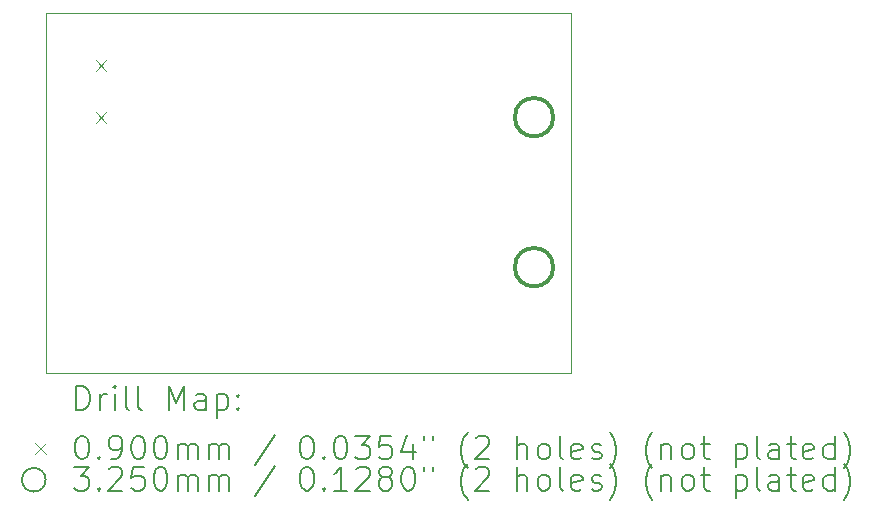
<source format=gbr>
%TF.GenerationSoftware,KiCad,Pcbnew,8.0.5*%
%TF.CreationDate,2024-10-10T09:02:51+02:00*%
%TF.ProjectId,USB-Extender_v1,5553422d-4578-4746-956e-6465725f7631,rev?*%
%TF.SameCoordinates,Original*%
%TF.FileFunction,Drillmap*%
%TF.FilePolarity,Positive*%
%FSLAX45Y45*%
G04 Gerber Fmt 4.5, Leading zero omitted, Abs format (unit mm)*
G04 Created by KiCad (PCBNEW 8.0.5) date 2024-10-10 09:02:51*
%MOMM*%
%LPD*%
G01*
G04 APERTURE LIST*
%ADD10C,0.050000*%
%ADD11C,0.200000*%
%ADD12C,0.100000*%
%ADD13C,0.325000*%
G04 APERTURE END LIST*
D10*
X10160000Y-5842000D02*
X14610080Y-5842000D01*
X14610080Y-8890000D01*
X10160000Y-8890000D01*
X10160000Y-5842000D01*
D11*
D12*
X10583260Y-6242480D02*
X10673260Y-6332480D01*
X10673260Y-6242480D02*
X10583260Y-6332480D01*
X10583260Y-6682480D02*
X10673260Y-6772480D01*
X10673260Y-6682480D02*
X10583260Y-6772480D01*
D13*
X14455280Y-6725920D02*
G75*
G02*
X14130280Y-6725920I-162500J0D01*
G01*
X14130280Y-6725920D02*
G75*
G02*
X14455280Y-6725920I162500J0D01*
G01*
X14455280Y-7995920D02*
G75*
G02*
X14130280Y-7995920I-162500J0D01*
G01*
X14130280Y-7995920D02*
G75*
G02*
X14455280Y-7995920I162500J0D01*
G01*
D11*
X10418277Y-9203984D02*
X10418277Y-9003984D01*
X10418277Y-9003984D02*
X10465896Y-9003984D01*
X10465896Y-9003984D02*
X10494467Y-9013508D01*
X10494467Y-9013508D02*
X10513515Y-9032555D01*
X10513515Y-9032555D02*
X10523039Y-9051603D01*
X10523039Y-9051603D02*
X10532563Y-9089698D01*
X10532563Y-9089698D02*
X10532563Y-9118270D01*
X10532563Y-9118270D02*
X10523039Y-9156365D01*
X10523039Y-9156365D02*
X10513515Y-9175412D01*
X10513515Y-9175412D02*
X10494467Y-9194460D01*
X10494467Y-9194460D02*
X10465896Y-9203984D01*
X10465896Y-9203984D02*
X10418277Y-9203984D01*
X10618277Y-9203984D02*
X10618277Y-9070650D01*
X10618277Y-9108746D02*
X10627801Y-9089698D01*
X10627801Y-9089698D02*
X10637324Y-9080174D01*
X10637324Y-9080174D02*
X10656372Y-9070650D01*
X10656372Y-9070650D02*
X10675420Y-9070650D01*
X10742086Y-9203984D02*
X10742086Y-9070650D01*
X10742086Y-9003984D02*
X10732563Y-9013508D01*
X10732563Y-9013508D02*
X10742086Y-9023031D01*
X10742086Y-9023031D02*
X10751610Y-9013508D01*
X10751610Y-9013508D02*
X10742086Y-9003984D01*
X10742086Y-9003984D02*
X10742086Y-9023031D01*
X10865896Y-9203984D02*
X10846848Y-9194460D01*
X10846848Y-9194460D02*
X10837324Y-9175412D01*
X10837324Y-9175412D02*
X10837324Y-9003984D01*
X10970658Y-9203984D02*
X10951610Y-9194460D01*
X10951610Y-9194460D02*
X10942086Y-9175412D01*
X10942086Y-9175412D02*
X10942086Y-9003984D01*
X11199229Y-9203984D02*
X11199229Y-9003984D01*
X11199229Y-9003984D02*
X11265896Y-9146841D01*
X11265896Y-9146841D02*
X11332562Y-9003984D01*
X11332562Y-9003984D02*
X11332562Y-9203984D01*
X11513515Y-9203984D02*
X11513515Y-9099222D01*
X11513515Y-9099222D02*
X11503991Y-9080174D01*
X11503991Y-9080174D02*
X11484943Y-9070650D01*
X11484943Y-9070650D02*
X11446848Y-9070650D01*
X11446848Y-9070650D02*
X11427801Y-9080174D01*
X11513515Y-9194460D02*
X11494467Y-9203984D01*
X11494467Y-9203984D02*
X11446848Y-9203984D01*
X11446848Y-9203984D02*
X11427801Y-9194460D01*
X11427801Y-9194460D02*
X11418277Y-9175412D01*
X11418277Y-9175412D02*
X11418277Y-9156365D01*
X11418277Y-9156365D02*
X11427801Y-9137317D01*
X11427801Y-9137317D02*
X11446848Y-9127793D01*
X11446848Y-9127793D02*
X11494467Y-9127793D01*
X11494467Y-9127793D02*
X11513515Y-9118270D01*
X11608753Y-9070650D02*
X11608753Y-9270650D01*
X11608753Y-9080174D02*
X11627801Y-9070650D01*
X11627801Y-9070650D02*
X11665896Y-9070650D01*
X11665896Y-9070650D02*
X11684943Y-9080174D01*
X11684943Y-9080174D02*
X11694467Y-9089698D01*
X11694467Y-9089698D02*
X11703991Y-9108746D01*
X11703991Y-9108746D02*
X11703991Y-9165889D01*
X11703991Y-9165889D02*
X11694467Y-9184936D01*
X11694467Y-9184936D02*
X11684943Y-9194460D01*
X11684943Y-9194460D02*
X11665896Y-9203984D01*
X11665896Y-9203984D02*
X11627801Y-9203984D01*
X11627801Y-9203984D02*
X11608753Y-9194460D01*
X11789705Y-9184936D02*
X11799229Y-9194460D01*
X11799229Y-9194460D02*
X11789705Y-9203984D01*
X11789705Y-9203984D02*
X11780182Y-9194460D01*
X11780182Y-9194460D02*
X11789705Y-9184936D01*
X11789705Y-9184936D02*
X11789705Y-9203984D01*
X11789705Y-9080174D02*
X11799229Y-9089698D01*
X11799229Y-9089698D02*
X11789705Y-9099222D01*
X11789705Y-9099222D02*
X11780182Y-9089698D01*
X11780182Y-9089698D02*
X11789705Y-9080174D01*
X11789705Y-9080174D02*
X11789705Y-9099222D01*
D12*
X10067500Y-9487500D02*
X10157500Y-9577500D01*
X10157500Y-9487500D02*
X10067500Y-9577500D01*
D11*
X10456372Y-9423984D02*
X10475420Y-9423984D01*
X10475420Y-9423984D02*
X10494467Y-9433508D01*
X10494467Y-9433508D02*
X10503991Y-9443031D01*
X10503991Y-9443031D02*
X10513515Y-9462079D01*
X10513515Y-9462079D02*
X10523039Y-9500174D01*
X10523039Y-9500174D02*
X10523039Y-9547793D01*
X10523039Y-9547793D02*
X10513515Y-9585889D01*
X10513515Y-9585889D02*
X10503991Y-9604936D01*
X10503991Y-9604936D02*
X10494467Y-9614460D01*
X10494467Y-9614460D02*
X10475420Y-9623984D01*
X10475420Y-9623984D02*
X10456372Y-9623984D01*
X10456372Y-9623984D02*
X10437324Y-9614460D01*
X10437324Y-9614460D02*
X10427801Y-9604936D01*
X10427801Y-9604936D02*
X10418277Y-9585889D01*
X10418277Y-9585889D02*
X10408753Y-9547793D01*
X10408753Y-9547793D02*
X10408753Y-9500174D01*
X10408753Y-9500174D02*
X10418277Y-9462079D01*
X10418277Y-9462079D02*
X10427801Y-9443031D01*
X10427801Y-9443031D02*
X10437324Y-9433508D01*
X10437324Y-9433508D02*
X10456372Y-9423984D01*
X10608753Y-9604936D02*
X10618277Y-9614460D01*
X10618277Y-9614460D02*
X10608753Y-9623984D01*
X10608753Y-9623984D02*
X10599229Y-9614460D01*
X10599229Y-9614460D02*
X10608753Y-9604936D01*
X10608753Y-9604936D02*
X10608753Y-9623984D01*
X10713515Y-9623984D02*
X10751610Y-9623984D01*
X10751610Y-9623984D02*
X10770658Y-9614460D01*
X10770658Y-9614460D02*
X10780182Y-9604936D01*
X10780182Y-9604936D02*
X10799229Y-9576365D01*
X10799229Y-9576365D02*
X10808753Y-9538270D01*
X10808753Y-9538270D02*
X10808753Y-9462079D01*
X10808753Y-9462079D02*
X10799229Y-9443031D01*
X10799229Y-9443031D02*
X10789705Y-9433508D01*
X10789705Y-9433508D02*
X10770658Y-9423984D01*
X10770658Y-9423984D02*
X10732563Y-9423984D01*
X10732563Y-9423984D02*
X10713515Y-9433508D01*
X10713515Y-9433508D02*
X10703991Y-9443031D01*
X10703991Y-9443031D02*
X10694467Y-9462079D01*
X10694467Y-9462079D02*
X10694467Y-9509698D01*
X10694467Y-9509698D02*
X10703991Y-9528746D01*
X10703991Y-9528746D02*
X10713515Y-9538270D01*
X10713515Y-9538270D02*
X10732563Y-9547793D01*
X10732563Y-9547793D02*
X10770658Y-9547793D01*
X10770658Y-9547793D02*
X10789705Y-9538270D01*
X10789705Y-9538270D02*
X10799229Y-9528746D01*
X10799229Y-9528746D02*
X10808753Y-9509698D01*
X10932563Y-9423984D02*
X10951610Y-9423984D01*
X10951610Y-9423984D02*
X10970658Y-9433508D01*
X10970658Y-9433508D02*
X10980182Y-9443031D01*
X10980182Y-9443031D02*
X10989705Y-9462079D01*
X10989705Y-9462079D02*
X10999229Y-9500174D01*
X10999229Y-9500174D02*
X10999229Y-9547793D01*
X10999229Y-9547793D02*
X10989705Y-9585889D01*
X10989705Y-9585889D02*
X10980182Y-9604936D01*
X10980182Y-9604936D02*
X10970658Y-9614460D01*
X10970658Y-9614460D02*
X10951610Y-9623984D01*
X10951610Y-9623984D02*
X10932563Y-9623984D01*
X10932563Y-9623984D02*
X10913515Y-9614460D01*
X10913515Y-9614460D02*
X10903991Y-9604936D01*
X10903991Y-9604936D02*
X10894467Y-9585889D01*
X10894467Y-9585889D02*
X10884944Y-9547793D01*
X10884944Y-9547793D02*
X10884944Y-9500174D01*
X10884944Y-9500174D02*
X10894467Y-9462079D01*
X10894467Y-9462079D02*
X10903991Y-9443031D01*
X10903991Y-9443031D02*
X10913515Y-9433508D01*
X10913515Y-9433508D02*
X10932563Y-9423984D01*
X11123039Y-9423984D02*
X11142086Y-9423984D01*
X11142086Y-9423984D02*
X11161134Y-9433508D01*
X11161134Y-9433508D02*
X11170658Y-9443031D01*
X11170658Y-9443031D02*
X11180182Y-9462079D01*
X11180182Y-9462079D02*
X11189705Y-9500174D01*
X11189705Y-9500174D02*
X11189705Y-9547793D01*
X11189705Y-9547793D02*
X11180182Y-9585889D01*
X11180182Y-9585889D02*
X11170658Y-9604936D01*
X11170658Y-9604936D02*
X11161134Y-9614460D01*
X11161134Y-9614460D02*
X11142086Y-9623984D01*
X11142086Y-9623984D02*
X11123039Y-9623984D01*
X11123039Y-9623984D02*
X11103991Y-9614460D01*
X11103991Y-9614460D02*
X11094467Y-9604936D01*
X11094467Y-9604936D02*
X11084944Y-9585889D01*
X11084944Y-9585889D02*
X11075420Y-9547793D01*
X11075420Y-9547793D02*
X11075420Y-9500174D01*
X11075420Y-9500174D02*
X11084944Y-9462079D01*
X11084944Y-9462079D02*
X11094467Y-9443031D01*
X11094467Y-9443031D02*
X11103991Y-9433508D01*
X11103991Y-9433508D02*
X11123039Y-9423984D01*
X11275420Y-9623984D02*
X11275420Y-9490650D01*
X11275420Y-9509698D02*
X11284943Y-9500174D01*
X11284943Y-9500174D02*
X11303991Y-9490650D01*
X11303991Y-9490650D02*
X11332563Y-9490650D01*
X11332563Y-9490650D02*
X11351610Y-9500174D01*
X11351610Y-9500174D02*
X11361134Y-9519222D01*
X11361134Y-9519222D02*
X11361134Y-9623984D01*
X11361134Y-9519222D02*
X11370658Y-9500174D01*
X11370658Y-9500174D02*
X11389705Y-9490650D01*
X11389705Y-9490650D02*
X11418277Y-9490650D01*
X11418277Y-9490650D02*
X11437324Y-9500174D01*
X11437324Y-9500174D02*
X11446848Y-9519222D01*
X11446848Y-9519222D02*
X11446848Y-9623984D01*
X11542086Y-9623984D02*
X11542086Y-9490650D01*
X11542086Y-9509698D02*
X11551610Y-9500174D01*
X11551610Y-9500174D02*
X11570658Y-9490650D01*
X11570658Y-9490650D02*
X11599229Y-9490650D01*
X11599229Y-9490650D02*
X11618277Y-9500174D01*
X11618277Y-9500174D02*
X11627801Y-9519222D01*
X11627801Y-9519222D02*
X11627801Y-9623984D01*
X11627801Y-9519222D02*
X11637324Y-9500174D01*
X11637324Y-9500174D02*
X11656372Y-9490650D01*
X11656372Y-9490650D02*
X11684943Y-9490650D01*
X11684943Y-9490650D02*
X11703991Y-9500174D01*
X11703991Y-9500174D02*
X11713515Y-9519222D01*
X11713515Y-9519222D02*
X11713515Y-9623984D01*
X12103991Y-9414460D02*
X11932563Y-9671603D01*
X12361134Y-9423984D02*
X12380182Y-9423984D01*
X12380182Y-9423984D02*
X12399229Y-9433508D01*
X12399229Y-9433508D02*
X12408753Y-9443031D01*
X12408753Y-9443031D02*
X12418277Y-9462079D01*
X12418277Y-9462079D02*
X12427801Y-9500174D01*
X12427801Y-9500174D02*
X12427801Y-9547793D01*
X12427801Y-9547793D02*
X12418277Y-9585889D01*
X12418277Y-9585889D02*
X12408753Y-9604936D01*
X12408753Y-9604936D02*
X12399229Y-9614460D01*
X12399229Y-9614460D02*
X12380182Y-9623984D01*
X12380182Y-9623984D02*
X12361134Y-9623984D01*
X12361134Y-9623984D02*
X12342086Y-9614460D01*
X12342086Y-9614460D02*
X12332563Y-9604936D01*
X12332563Y-9604936D02*
X12323039Y-9585889D01*
X12323039Y-9585889D02*
X12313515Y-9547793D01*
X12313515Y-9547793D02*
X12313515Y-9500174D01*
X12313515Y-9500174D02*
X12323039Y-9462079D01*
X12323039Y-9462079D02*
X12332563Y-9443031D01*
X12332563Y-9443031D02*
X12342086Y-9433508D01*
X12342086Y-9433508D02*
X12361134Y-9423984D01*
X12513515Y-9604936D02*
X12523039Y-9614460D01*
X12523039Y-9614460D02*
X12513515Y-9623984D01*
X12513515Y-9623984D02*
X12503991Y-9614460D01*
X12503991Y-9614460D02*
X12513515Y-9604936D01*
X12513515Y-9604936D02*
X12513515Y-9623984D01*
X12646848Y-9423984D02*
X12665896Y-9423984D01*
X12665896Y-9423984D02*
X12684944Y-9433508D01*
X12684944Y-9433508D02*
X12694467Y-9443031D01*
X12694467Y-9443031D02*
X12703991Y-9462079D01*
X12703991Y-9462079D02*
X12713515Y-9500174D01*
X12713515Y-9500174D02*
X12713515Y-9547793D01*
X12713515Y-9547793D02*
X12703991Y-9585889D01*
X12703991Y-9585889D02*
X12694467Y-9604936D01*
X12694467Y-9604936D02*
X12684944Y-9614460D01*
X12684944Y-9614460D02*
X12665896Y-9623984D01*
X12665896Y-9623984D02*
X12646848Y-9623984D01*
X12646848Y-9623984D02*
X12627801Y-9614460D01*
X12627801Y-9614460D02*
X12618277Y-9604936D01*
X12618277Y-9604936D02*
X12608753Y-9585889D01*
X12608753Y-9585889D02*
X12599229Y-9547793D01*
X12599229Y-9547793D02*
X12599229Y-9500174D01*
X12599229Y-9500174D02*
X12608753Y-9462079D01*
X12608753Y-9462079D02*
X12618277Y-9443031D01*
X12618277Y-9443031D02*
X12627801Y-9433508D01*
X12627801Y-9433508D02*
X12646848Y-9423984D01*
X12780182Y-9423984D02*
X12903991Y-9423984D01*
X12903991Y-9423984D02*
X12837325Y-9500174D01*
X12837325Y-9500174D02*
X12865896Y-9500174D01*
X12865896Y-9500174D02*
X12884944Y-9509698D01*
X12884944Y-9509698D02*
X12894467Y-9519222D01*
X12894467Y-9519222D02*
X12903991Y-9538270D01*
X12903991Y-9538270D02*
X12903991Y-9585889D01*
X12903991Y-9585889D02*
X12894467Y-9604936D01*
X12894467Y-9604936D02*
X12884944Y-9614460D01*
X12884944Y-9614460D02*
X12865896Y-9623984D01*
X12865896Y-9623984D02*
X12808753Y-9623984D01*
X12808753Y-9623984D02*
X12789706Y-9614460D01*
X12789706Y-9614460D02*
X12780182Y-9604936D01*
X13084944Y-9423984D02*
X12989706Y-9423984D01*
X12989706Y-9423984D02*
X12980182Y-9519222D01*
X12980182Y-9519222D02*
X12989706Y-9509698D01*
X12989706Y-9509698D02*
X13008753Y-9500174D01*
X13008753Y-9500174D02*
X13056372Y-9500174D01*
X13056372Y-9500174D02*
X13075420Y-9509698D01*
X13075420Y-9509698D02*
X13084944Y-9519222D01*
X13084944Y-9519222D02*
X13094467Y-9538270D01*
X13094467Y-9538270D02*
X13094467Y-9585889D01*
X13094467Y-9585889D02*
X13084944Y-9604936D01*
X13084944Y-9604936D02*
X13075420Y-9614460D01*
X13075420Y-9614460D02*
X13056372Y-9623984D01*
X13056372Y-9623984D02*
X13008753Y-9623984D01*
X13008753Y-9623984D02*
X12989706Y-9614460D01*
X12989706Y-9614460D02*
X12980182Y-9604936D01*
X13265896Y-9490650D02*
X13265896Y-9623984D01*
X13218277Y-9414460D02*
X13170658Y-9557317D01*
X13170658Y-9557317D02*
X13294467Y-9557317D01*
X13361134Y-9423984D02*
X13361134Y-9462079D01*
X13437325Y-9423984D02*
X13437325Y-9462079D01*
X13732563Y-9700174D02*
X13723039Y-9690650D01*
X13723039Y-9690650D02*
X13703991Y-9662079D01*
X13703991Y-9662079D02*
X13694468Y-9643031D01*
X13694468Y-9643031D02*
X13684944Y-9614460D01*
X13684944Y-9614460D02*
X13675420Y-9566841D01*
X13675420Y-9566841D02*
X13675420Y-9528746D01*
X13675420Y-9528746D02*
X13684944Y-9481127D01*
X13684944Y-9481127D02*
X13694468Y-9452555D01*
X13694468Y-9452555D02*
X13703991Y-9433508D01*
X13703991Y-9433508D02*
X13723039Y-9404936D01*
X13723039Y-9404936D02*
X13732563Y-9395412D01*
X13799229Y-9443031D02*
X13808753Y-9433508D01*
X13808753Y-9433508D02*
X13827801Y-9423984D01*
X13827801Y-9423984D02*
X13875420Y-9423984D01*
X13875420Y-9423984D02*
X13894468Y-9433508D01*
X13894468Y-9433508D02*
X13903991Y-9443031D01*
X13903991Y-9443031D02*
X13913515Y-9462079D01*
X13913515Y-9462079D02*
X13913515Y-9481127D01*
X13913515Y-9481127D02*
X13903991Y-9509698D01*
X13903991Y-9509698D02*
X13789706Y-9623984D01*
X13789706Y-9623984D02*
X13913515Y-9623984D01*
X14151610Y-9623984D02*
X14151610Y-9423984D01*
X14237325Y-9623984D02*
X14237325Y-9519222D01*
X14237325Y-9519222D02*
X14227801Y-9500174D01*
X14227801Y-9500174D02*
X14208753Y-9490650D01*
X14208753Y-9490650D02*
X14180182Y-9490650D01*
X14180182Y-9490650D02*
X14161134Y-9500174D01*
X14161134Y-9500174D02*
X14151610Y-9509698D01*
X14361134Y-9623984D02*
X14342087Y-9614460D01*
X14342087Y-9614460D02*
X14332563Y-9604936D01*
X14332563Y-9604936D02*
X14323039Y-9585889D01*
X14323039Y-9585889D02*
X14323039Y-9528746D01*
X14323039Y-9528746D02*
X14332563Y-9509698D01*
X14332563Y-9509698D02*
X14342087Y-9500174D01*
X14342087Y-9500174D02*
X14361134Y-9490650D01*
X14361134Y-9490650D02*
X14389706Y-9490650D01*
X14389706Y-9490650D02*
X14408753Y-9500174D01*
X14408753Y-9500174D02*
X14418277Y-9509698D01*
X14418277Y-9509698D02*
X14427801Y-9528746D01*
X14427801Y-9528746D02*
X14427801Y-9585889D01*
X14427801Y-9585889D02*
X14418277Y-9604936D01*
X14418277Y-9604936D02*
X14408753Y-9614460D01*
X14408753Y-9614460D02*
X14389706Y-9623984D01*
X14389706Y-9623984D02*
X14361134Y-9623984D01*
X14542087Y-9623984D02*
X14523039Y-9614460D01*
X14523039Y-9614460D02*
X14513515Y-9595412D01*
X14513515Y-9595412D02*
X14513515Y-9423984D01*
X14694468Y-9614460D02*
X14675420Y-9623984D01*
X14675420Y-9623984D02*
X14637325Y-9623984D01*
X14637325Y-9623984D02*
X14618277Y-9614460D01*
X14618277Y-9614460D02*
X14608753Y-9595412D01*
X14608753Y-9595412D02*
X14608753Y-9519222D01*
X14608753Y-9519222D02*
X14618277Y-9500174D01*
X14618277Y-9500174D02*
X14637325Y-9490650D01*
X14637325Y-9490650D02*
X14675420Y-9490650D01*
X14675420Y-9490650D02*
X14694468Y-9500174D01*
X14694468Y-9500174D02*
X14703991Y-9519222D01*
X14703991Y-9519222D02*
X14703991Y-9538270D01*
X14703991Y-9538270D02*
X14608753Y-9557317D01*
X14780182Y-9614460D02*
X14799230Y-9623984D01*
X14799230Y-9623984D02*
X14837325Y-9623984D01*
X14837325Y-9623984D02*
X14856372Y-9614460D01*
X14856372Y-9614460D02*
X14865896Y-9595412D01*
X14865896Y-9595412D02*
X14865896Y-9585889D01*
X14865896Y-9585889D02*
X14856372Y-9566841D01*
X14856372Y-9566841D02*
X14837325Y-9557317D01*
X14837325Y-9557317D02*
X14808753Y-9557317D01*
X14808753Y-9557317D02*
X14789706Y-9547793D01*
X14789706Y-9547793D02*
X14780182Y-9528746D01*
X14780182Y-9528746D02*
X14780182Y-9519222D01*
X14780182Y-9519222D02*
X14789706Y-9500174D01*
X14789706Y-9500174D02*
X14808753Y-9490650D01*
X14808753Y-9490650D02*
X14837325Y-9490650D01*
X14837325Y-9490650D02*
X14856372Y-9500174D01*
X14932563Y-9700174D02*
X14942087Y-9690650D01*
X14942087Y-9690650D02*
X14961134Y-9662079D01*
X14961134Y-9662079D02*
X14970658Y-9643031D01*
X14970658Y-9643031D02*
X14980182Y-9614460D01*
X14980182Y-9614460D02*
X14989706Y-9566841D01*
X14989706Y-9566841D02*
X14989706Y-9528746D01*
X14989706Y-9528746D02*
X14980182Y-9481127D01*
X14980182Y-9481127D02*
X14970658Y-9452555D01*
X14970658Y-9452555D02*
X14961134Y-9433508D01*
X14961134Y-9433508D02*
X14942087Y-9404936D01*
X14942087Y-9404936D02*
X14932563Y-9395412D01*
X15294468Y-9700174D02*
X15284944Y-9690650D01*
X15284944Y-9690650D02*
X15265896Y-9662079D01*
X15265896Y-9662079D02*
X15256372Y-9643031D01*
X15256372Y-9643031D02*
X15246849Y-9614460D01*
X15246849Y-9614460D02*
X15237325Y-9566841D01*
X15237325Y-9566841D02*
X15237325Y-9528746D01*
X15237325Y-9528746D02*
X15246849Y-9481127D01*
X15246849Y-9481127D02*
X15256372Y-9452555D01*
X15256372Y-9452555D02*
X15265896Y-9433508D01*
X15265896Y-9433508D02*
X15284944Y-9404936D01*
X15284944Y-9404936D02*
X15294468Y-9395412D01*
X15370658Y-9490650D02*
X15370658Y-9623984D01*
X15370658Y-9509698D02*
X15380182Y-9500174D01*
X15380182Y-9500174D02*
X15399230Y-9490650D01*
X15399230Y-9490650D02*
X15427801Y-9490650D01*
X15427801Y-9490650D02*
X15446849Y-9500174D01*
X15446849Y-9500174D02*
X15456372Y-9519222D01*
X15456372Y-9519222D02*
X15456372Y-9623984D01*
X15580182Y-9623984D02*
X15561134Y-9614460D01*
X15561134Y-9614460D02*
X15551611Y-9604936D01*
X15551611Y-9604936D02*
X15542087Y-9585889D01*
X15542087Y-9585889D02*
X15542087Y-9528746D01*
X15542087Y-9528746D02*
X15551611Y-9509698D01*
X15551611Y-9509698D02*
X15561134Y-9500174D01*
X15561134Y-9500174D02*
X15580182Y-9490650D01*
X15580182Y-9490650D02*
X15608753Y-9490650D01*
X15608753Y-9490650D02*
X15627801Y-9500174D01*
X15627801Y-9500174D02*
X15637325Y-9509698D01*
X15637325Y-9509698D02*
X15646849Y-9528746D01*
X15646849Y-9528746D02*
X15646849Y-9585889D01*
X15646849Y-9585889D02*
X15637325Y-9604936D01*
X15637325Y-9604936D02*
X15627801Y-9614460D01*
X15627801Y-9614460D02*
X15608753Y-9623984D01*
X15608753Y-9623984D02*
X15580182Y-9623984D01*
X15703992Y-9490650D02*
X15780182Y-9490650D01*
X15732563Y-9423984D02*
X15732563Y-9595412D01*
X15732563Y-9595412D02*
X15742087Y-9614460D01*
X15742087Y-9614460D02*
X15761134Y-9623984D01*
X15761134Y-9623984D02*
X15780182Y-9623984D01*
X15999230Y-9490650D02*
X15999230Y-9690650D01*
X15999230Y-9500174D02*
X16018277Y-9490650D01*
X16018277Y-9490650D02*
X16056373Y-9490650D01*
X16056373Y-9490650D02*
X16075420Y-9500174D01*
X16075420Y-9500174D02*
X16084944Y-9509698D01*
X16084944Y-9509698D02*
X16094468Y-9528746D01*
X16094468Y-9528746D02*
X16094468Y-9585889D01*
X16094468Y-9585889D02*
X16084944Y-9604936D01*
X16084944Y-9604936D02*
X16075420Y-9614460D01*
X16075420Y-9614460D02*
X16056373Y-9623984D01*
X16056373Y-9623984D02*
X16018277Y-9623984D01*
X16018277Y-9623984D02*
X15999230Y-9614460D01*
X16208753Y-9623984D02*
X16189706Y-9614460D01*
X16189706Y-9614460D02*
X16180182Y-9595412D01*
X16180182Y-9595412D02*
X16180182Y-9423984D01*
X16370658Y-9623984D02*
X16370658Y-9519222D01*
X16370658Y-9519222D02*
X16361134Y-9500174D01*
X16361134Y-9500174D02*
X16342087Y-9490650D01*
X16342087Y-9490650D02*
X16303992Y-9490650D01*
X16303992Y-9490650D02*
X16284944Y-9500174D01*
X16370658Y-9614460D02*
X16351611Y-9623984D01*
X16351611Y-9623984D02*
X16303992Y-9623984D01*
X16303992Y-9623984D02*
X16284944Y-9614460D01*
X16284944Y-9614460D02*
X16275420Y-9595412D01*
X16275420Y-9595412D02*
X16275420Y-9576365D01*
X16275420Y-9576365D02*
X16284944Y-9557317D01*
X16284944Y-9557317D02*
X16303992Y-9547793D01*
X16303992Y-9547793D02*
X16351611Y-9547793D01*
X16351611Y-9547793D02*
X16370658Y-9538270D01*
X16437325Y-9490650D02*
X16513515Y-9490650D01*
X16465896Y-9423984D02*
X16465896Y-9595412D01*
X16465896Y-9595412D02*
X16475420Y-9614460D01*
X16475420Y-9614460D02*
X16494468Y-9623984D01*
X16494468Y-9623984D02*
X16513515Y-9623984D01*
X16656373Y-9614460D02*
X16637325Y-9623984D01*
X16637325Y-9623984D02*
X16599230Y-9623984D01*
X16599230Y-9623984D02*
X16580182Y-9614460D01*
X16580182Y-9614460D02*
X16570658Y-9595412D01*
X16570658Y-9595412D02*
X16570658Y-9519222D01*
X16570658Y-9519222D02*
X16580182Y-9500174D01*
X16580182Y-9500174D02*
X16599230Y-9490650D01*
X16599230Y-9490650D02*
X16637325Y-9490650D01*
X16637325Y-9490650D02*
X16656373Y-9500174D01*
X16656373Y-9500174D02*
X16665896Y-9519222D01*
X16665896Y-9519222D02*
X16665896Y-9538270D01*
X16665896Y-9538270D02*
X16570658Y-9557317D01*
X16837325Y-9623984D02*
X16837325Y-9423984D01*
X16837325Y-9614460D02*
X16818277Y-9623984D01*
X16818277Y-9623984D02*
X16780182Y-9623984D01*
X16780182Y-9623984D02*
X16761134Y-9614460D01*
X16761134Y-9614460D02*
X16751611Y-9604936D01*
X16751611Y-9604936D02*
X16742087Y-9585889D01*
X16742087Y-9585889D02*
X16742087Y-9528746D01*
X16742087Y-9528746D02*
X16751611Y-9509698D01*
X16751611Y-9509698D02*
X16761134Y-9500174D01*
X16761134Y-9500174D02*
X16780182Y-9490650D01*
X16780182Y-9490650D02*
X16818277Y-9490650D01*
X16818277Y-9490650D02*
X16837325Y-9500174D01*
X16913516Y-9700174D02*
X16923039Y-9690650D01*
X16923039Y-9690650D02*
X16942087Y-9662079D01*
X16942087Y-9662079D02*
X16951611Y-9643031D01*
X16951611Y-9643031D02*
X16961135Y-9614460D01*
X16961135Y-9614460D02*
X16970658Y-9566841D01*
X16970658Y-9566841D02*
X16970658Y-9528746D01*
X16970658Y-9528746D02*
X16961135Y-9481127D01*
X16961135Y-9481127D02*
X16951611Y-9452555D01*
X16951611Y-9452555D02*
X16942087Y-9433508D01*
X16942087Y-9433508D02*
X16923039Y-9404936D01*
X16923039Y-9404936D02*
X16913516Y-9395412D01*
X10157500Y-9796500D02*
G75*
G02*
X9957500Y-9796500I-100000J0D01*
G01*
X9957500Y-9796500D02*
G75*
G02*
X10157500Y-9796500I100000J0D01*
G01*
X10399229Y-9687984D02*
X10523039Y-9687984D01*
X10523039Y-9687984D02*
X10456372Y-9764174D01*
X10456372Y-9764174D02*
X10484944Y-9764174D01*
X10484944Y-9764174D02*
X10503991Y-9773698D01*
X10503991Y-9773698D02*
X10513515Y-9783222D01*
X10513515Y-9783222D02*
X10523039Y-9802270D01*
X10523039Y-9802270D02*
X10523039Y-9849889D01*
X10523039Y-9849889D02*
X10513515Y-9868936D01*
X10513515Y-9868936D02*
X10503991Y-9878460D01*
X10503991Y-9878460D02*
X10484944Y-9887984D01*
X10484944Y-9887984D02*
X10427801Y-9887984D01*
X10427801Y-9887984D02*
X10408753Y-9878460D01*
X10408753Y-9878460D02*
X10399229Y-9868936D01*
X10608753Y-9868936D02*
X10618277Y-9878460D01*
X10618277Y-9878460D02*
X10608753Y-9887984D01*
X10608753Y-9887984D02*
X10599229Y-9878460D01*
X10599229Y-9878460D02*
X10608753Y-9868936D01*
X10608753Y-9868936D02*
X10608753Y-9887984D01*
X10694467Y-9707031D02*
X10703991Y-9697508D01*
X10703991Y-9697508D02*
X10723039Y-9687984D01*
X10723039Y-9687984D02*
X10770658Y-9687984D01*
X10770658Y-9687984D02*
X10789705Y-9697508D01*
X10789705Y-9697508D02*
X10799229Y-9707031D01*
X10799229Y-9707031D02*
X10808753Y-9726079D01*
X10808753Y-9726079D02*
X10808753Y-9745127D01*
X10808753Y-9745127D02*
X10799229Y-9773698D01*
X10799229Y-9773698D02*
X10684944Y-9887984D01*
X10684944Y-9887984D02*
X10808753Y-9887984D01*
X10989705Y-9687984D02*
X10894467Y-9687984D01*
X10894467Y-9687984D02*
X10884944Y-9783222D01*
X10884944Y-9783222D02*
X10894467Y-9773698D01*
X10894467Y-9773698D02*
X10913515Y-9764174D01*
X10913515Y-9764174D02*
X10961134Y-9764174D01*
X10961134Y-9764174D02*
X10980182Y-9773698D01*
X10980182Y-9773698D02*
X10989705Y-9783222D01*
X10989705Y-9783222D02*
X10999229Y-9802270D01*
X10999229Y-9802270D02*
X10999229Y-9849889D01*
X10999229Y-9849889D02*
X10989705Y-9868936D01*
X10989705Y-9868936D02*
X10980182Y-9878460D01*
X10980182Y-9878460D02*
X10961134Y-9887984D01*
X10961134Y-9887984D02*
X10913515Y-9887984D01*
X10913515Y-9887984D02*
X10894467Y-9878460D01*
X10894467Y-9878460D02*
X10884944Y-9868936D01*
X11123039Y-9687984D02*
X11142086Y-9687984D01*
X11142086Y-9687984D02*
X11161134Y-9697508D01*
X11161134Y-9697508D02*
X11170658Y-9707031D01*
X11170658Y-9707031D02*
X11180182Y-9726079D01*
X11180182Y-9726079D02*
X11189705Y-9764174D01*
X11189705Y-9764174D02*
X11189705Y-9811793D01*
X11189705Y-9811793D02*
X11180182Y-9849889D01*
X11180182Y-9849889D02*
X11170658Y-9868936D01*
X11170658Y-9868936D02*
X11161134Y-9878460D01*
X11161134Y-9878460D02*
X11142086Y-9887984D01*
X11142086Y-9887984D02*
X11123039Y-9887984D01*
X11123039Y-9887984D02*
X11103991Y-9878460D01*
X11103991Y-9878460D02*
X11094467Y-9868936D01*
X11094467Y-9868936D02*
X11084944Y-9849889D01*
X11084944Y-9849889D02*
X11075420Y-9811793D01*
X11075420Y-9811793D02*
X11075420Y-9764174D01*
X11075420Y-9764174D02*
X11084944Y-9726079D01*
X11084944Y-9726079D02*
X11094467Y-9707031D01*
X11094467Y-9707031D02*
X11103991Y-9697508D01*
X11103991Y-9697508D02*
X11123039Y-9687984D01*
X11275420Y-9887984D02*
X11275420Y-9754650D01*
X11275420Y-9773698D02*
X11284943Y-9764174D01*
X11284943Y-9764174D02*
X11303991Y-9754650D01*
X11303991Y-9754650D02*
X11332563Y-9754650D01*
X11332563Y-9754650D02*
X11351610Y-9764174D01*
X11351610Y-9764174D02*
X11361134Y-9783222D01*
X11361134Y-9783222D02*
X11361134Y-9887984D01*
X11361134Y-9783222D02*
X11370658Y-9764174D01*
X11370658Y-9764174D02*
X11389705Y-9754650D01*
X11389705Y-9754650D02*
X11418277Y-9754650D01*
X11418277Y-9754650D02*
X11437324Y-9764174D01*
X11437324Y-9764174D02*
X11446848Y-9783222D01*
X11446848Y-9783222D02*
X11446848Y-9887984D01*
X11542086Y-9887984D02*
X11542086Y-9754650D01*
X11542086Y-9773698D02*
X11551610Y-9764174D01*
X11551610Y-9764174D02*
X11570658Y-9754650D01*
X11570658Y-9754650D02*
X11599229Y-9754650D01*
X11599229Y-9754650D02*
X11618277Y-9764174D01*
X11618277Y-9764174D02*
X11627801Y-9783222D01*
X11627801Y-9783222D02*
X11627801Y-9887984D01*
X11627801Y-9783222D02*
X11637324Y-9764174D01*
X11637324Y-9764174D02*
X11656372Y-9754650D01*
X11656372Y-9754650D02*
X11684943Y-9754650D01*
X11684943Y-9754650D02*
X11703991Y-9764174D01*
X11703991Y-9764174D02*
X11713515Y-9783222D01*
X11713515Y-9783222D02*
X11713515Y-9887984D01*
X12103991Y-9678460D02*
X11932563Y-9935603D01*
X12361134Y-9687984D02*
X12380182Y-9687984D01*
X12380182Y-9687984D02*
X12399229Y-9697508D01*
X12399229Y-9697508D02*
X12408753Y-9707031D01*
X12408753Y-9707031D02*
X12418277Y-9726079D01*
X12418277Y-9726079D02*
X12427801Y-9764174D01*
X12427801Y-9764174D02*
X12427801Y-9811793D01*
X12427801Y-9811793D02*
X12418277Y-9849889D01*
X12418277Y-9849889D02*
X12408753Y-9868936D01*
X12408753Y-9868936D02*
X12399229Y-9878460D01*
X12399229Y-9878460D02*
X12380182Y-9887984D01*
X12380182Y-9887984D02*
X12361134Y-9887984D01*
X12361134Y-9887984D02*
X12342086Y-9878460D01*
X12342086Y-9878460D02*
X12332563Y-9868936D01*
X12332563Y-9868936D02*
X12323039Y-9849889D01*
X12323039Y-9849889D02*
X12313515Y-9811793D01*
X12313515Y-9811793D02*
X12313515Y-9764174D01*
X12313515Y-9764174D02*
X12323039Y-9726079D01*
X12323039Y-9726079D02*
X12332563Y-9707031D01*
X12332563Y-9707031D02*
X12342086Y-9697508D01*
X12342086Y-9697508D02*
X12361134Y-9687984D01*
X12513515Y-9868936D02*
X12523039Y-9878460D01*
X12523039Y-9878460D02*
X12513515Y-9887984D01*
X12513515Y-9887984D02*
X12503991Y-9878460D01*
X12503991Y-9878460D02*
X12513515Y-9868936D01*
X12513515Y-9868936D02*
X12513515Y-9887984D01*
X12713515Y-9887984D02*
X12599229Y-9887984D01*
X12656372Y-9887984D02*
X12656372Y-9687984D01*
X12656372Y-9687984D02*
X12637325Y-9716555D01*
X12637325Y-9716555D02*
X12618277Y-9735603D01*
X12618277Y-9735603D02*
X12599229Y-9745127D01*
X12789706Y-9707031D02*
X12799229Y-9697508D01*
X12799229Y-9697508D02*
X12818277Y-9687984D01*
X12818277Y-9687984D02*
X12865896Y-9687984D01*
X12865896Y-9687984D02*
X12884944Y-9697508D01*
X12884944Y-9697508D02*
X12894467Y-9707031D01*
X12894467Y-9707031D02*
X12903991Y-9726079D01*
X12903991Y-9726079D02*
X12903991Y-9745127D01*
X12903991Y-9745127D02*
X12894467Y-9773698D01*
X12894467Y-9773698D02*
X12780182Y-9887984D01*
X12780182Y-9887984D02*
X12903991Y-9887984D01*
X13018277Y-9773698D02*
X12999229Y-9764174D01*
X12999229Y-9764174D02*
X12989706Y-9754650D01*
X12989706Y-9754650D02*
X12980182Y-9735603D01*
X12980182Y-9735603D02*
X12980182Y-9726079D01*
X12980182Y-9726079D02*
X12989706Y-9707031D01*
X12989706Y-9707031D02*
X12999229Y-9697508D01*
X12999229Y-9697508D02*
X13018277Y-9687984D01*
X13018277Y-9687984D02*
X13056372Y-9687984D01*
X13056372Y-9687984D02*
X13075420Y-9697508D01*
X13075420Y-9697508D02*
X13084944Y-9707031D01*
X13084944Y-9707031D02*
X13094467Y-9726079D01*
X13094467Y-9726079D02*
X13094467Y-9735603D01*
X13094467Y-9735603D02*
X13084944Y-9754650D01*
X13084944Y-9754650D02*
X13075420Y-9764174D01*
X13075420Y-9764174D02*
X13056372Y-9773698D01*
X13056372Y-9773698D02*
X13018277Y-9773698D01*
X13018277Y-9773698D02*
X12999229Y-9783222D01*
X12999229Y-9783222D02*
X12989706Y-9792746D01*
X12989706Y-9792746D02*
X12980182Y-9811793D01*
X12980182Y-9811793D02*
X12980182Y-9849889D01*
X12980182Y-9849889D02*
X12989706Y-9868936D01*
X12989706Y-9868936D02*
X12999229Y-9878460D01*
X12999229Y-9878460D02*
X13018277Y-9887984D01*
X13018277Y-9887984D02*
X13056372Y-9887984D01*
X13056372Y-9887984D02*
X13075420Y-9878460D01*
X13075420Y-9878460D02*
X13084944Y-9868936D01*
X13084944Y-9868936D02*
X13094467Y-9849889D01*
X13094467Y-9849889D02*
X13094467Y-9811793D01*
X13094467Y-9811793D02*
X13084944Y-9792746D01*
X13084944Y-9792746D02*
X13075420Y-9783222D01*
X13075420Y-9783222D02*
X13056372Y-9773698D01*
X13218277Y-9687984D02*
X13237325Y-9687984D01*
X13237325Y-9687984D02*
X13256372Y-9697508D01*
X13256372Y-9697508D02*
X13265896Y-9707031D01*
X13265896Y-9707031D02*
X13275420Y-9726079D01*
X13275420Y-9726079D02*
X13284944Y-9764174D01*
X13284944Y-9764174D02*
X13284944Y-9811793D01*
X13284944Y-9811793D02*
X13275420Y-9849889D01*
X13275420Y-9849889D02*
X13265896Y-9868936D01*
X13265896Y-9868936D02*
X13256372Y-9878460D01*
X13256372Y-9878460D02*
X13237325Y-9887984D01*
X13237325Y-9887984D02*
X13218277Y-9887984D01*
X13218277Y-9887984D02*
X13199229Y-9878460D01*
X13199229Y-9878460D02*
X13189706Y-9868936D01*
X13189706Y-9868936D02*
X13180182Y-9849889D01*
X13180182Y-9849889D02*
X13170658Y-9811793D01*
X13170658Y-9811793D02*
X13170658Y-9764174D01*
X13170658Y-9764174D02*
X13180182Y-9726079D01*
X13180182Y-9726079D02*
X13189706Y-9707031D01*
X13189706Y-9707031D02*
X13199229Y-9697508D01*
X13199229Y-9697508D02*
X13218277Y-9687984D01*
X13361134Y-9687984D02*
X13361134Y-9726079D01*
X13437325Y-9687984D02*
X13437325Y-9726079D01*
X13732563Y-9964174D02*
X13723039Y-9954650D01*
X13723039Y-9954650D02*
X13703991Y-9926079D01*
X13703991Y-9926079D02*
X13694468Y-9907031D01*
X13694468Y-9907031D02*
X13684944Y-9878460D01*
X13684944Y-9878460D02*
X13675420Y-9830841D01*
X13675420Y-9830841D02*
X13675420Y-9792746D01*
X13675420Y-9792746D02*
X13684944Y-9745127D01*
X13684944Y-9745127D02*
X13694468Y-9716555D01*
X13694468Y-9716555D02*
X13703991Y-9697508D01*
X13703991Y-9697508D02*
X13723039Y-9668936D01*
X13723039Y-9668936D02*
X13732563Y-9659412D01*
X13799229Y-9707031D02*
X13808753Y-9697508D01*
X13808753Y-9697508D02*
X13827801Y-9687984D01*
X13827801Y-9687984D02*
X13875420Y-9687984D01*
X13875420Y-9687984D02*
X13894468Y-9697508D01*
X13894468Y-9697508D02*
X13903991Y-9707031D01*
X13903991Y-9707031D02*
X13913515Y-9726079D01*
X13913515Y-9726079D02*
X13913515Y-9745127D01*
X13913515Y-9745127D02*
X13903991Y-9773698D01*
X13903991Y-9773698D02*
X13789706Y-9887984D01*
X13789706Y-9887984D02*
X13913515Y-9887984D01*
X14151610Y-9887984D02*
X14151610Y-9687984D01*
X14237325Y-9887984D02*
X14237325Y-9783222D01*
X14237325Y-9783222D02*
X14227801Y-9764174D01*
X14227801Y-9764174D02*
X14208753Y-9754650D01*
X14208753Y-9754650D02*
X14180182Y-9754650D01*
X14180182Y-9754650D02*
X14161134Y-9764174D01*
X14161134Y-9764174D02*
X14151610Y-9773698D01*
X14361134Y-9887984D02*
X14342087Y-9878460D01*
X14342087Y-9878460D02*
X14332563Y-9868936D01*
X14332563Y-9868936D02*
X14323039Y-9849889D01*
X14323039Y-9849889D02*
X14323039Y-9792746D01*
X14323039Y-9792746D02*
X14332563Y-9773698D01*
X14332563Y-9773698D02*
X14342087Y-9764174D01*
X14342087Y-9764174D02*
X14361134Y-9754650D01*
X14361134Y-9754650D02*
X14389706Y-9754650D01*
X14389706Y-9754650D02*
X14408753Y-9764174D01*
X14408753Y-9764174D02*
X14418277Y-9773698D01*
X14418277Y-9773698D02*
X14427801Y-9792746D01*
X14427801Y-9792746D02*
X14427801Y-9849889D01*
X14427801Y-9849889D02*
X14418277Y-9868936D01*
X14418277Y-9868936D02*
X14408753Y-9878460D01*
X14408753Y-9878460D02*
X14389706Y-9887984D01*
X14389706Y-9887984D02*
X14361134Y-9887984D01*
X14542087Y-9887984D02*
X14523039Y-9878460D01*
X14523039Y-9878460D02*
X14513515Y-9859412D01*
X14513515Y-9859412D02*
X14513515Y-9687984D01*
X14694468Y-9878460D02*
X14675420Y-9887984D01*
X14675420Y-9887984D02*
X14637325Y-9887984D01*
X14637325Y-9887984D02*
X14618277Y-9878460D01*
X14618277Y-9878460D02*
X14608753Y-9859412D01*
X14608753Y-9859412D02*
X14608753Y-9783222D01*
X14608753Y-9783222D02*
X14618277Y-9764174D01*
X14618277Y-9764174D02*
X14637325Y-9754650D01*
X14637325Y-9754650D02*
X14675420Y-9754650D01*
X14675420Y-9754650D02*
X14694468Y-9764174D01*
X14694468Y-9764174D02*
X14703991Y-9783222D01*
X14703991Y-9783222D02*
X14703991Y-9802270D01*
X14703991Y-9802270D02*
X14608753Y-9821317D01*
X14780182Y-9878460D02*
X14799230Y-9887984D01*
X14799230Y-9887984D02*
X14837325Y-9887984D01*
X14837325Y-9887984D02*
X14856372Y-9878460D01*
X14856372Y-9878460D02*
X14865896Y-9859412D01*
X14865896Y-9859412D02*
X14865896Y-9849889D01*
X14865896Y-9849889D02*
X14856372Y-9830841D01*
X14856372Y-9830841D02*
X14837325Y-9821317D01*
X14837325Y-9821317D02*
X14808753Y-9821317D01*
X14808753Y-9821317D02*
X14789706Y-9811793D01*
X14789706Y-9811793D02*
X14780182Y-9792746D01*
X14780182Y-9792746D02*
X14780182Y-9783222D01*
X14780182Y-9783222D02*
X14789706Y-9764174D01*
X14789706Y-9764174D02*
X14808753Y-9754650D01*
X14808753Y-9754650D02*
X14837325Y-9754650D01*
X14837325Y-9754650D02*
X14856372Y-9764174D01*
X14932563Y-9964174D02*
X14942087Y-9954650D01*
X14942087Y-9954650D02*
X14961134Y-9926079D01*
X14961134Y-9926079D02*
X14970658Y-9907031D01*
X14970658Y-9907031D02*
X14980182Y-9878460D01*
X14980182Y-9878460D02*
X14989706Y-9830841D01*
X14989706Y-9830841D02*
X14989706Y-9792746D01*
X14989706Y-9792746D02*
X14980182Y-9745127D01*
X14980182Y-9745127D02*
X14970658Y-9716555D01*
X14970658Y-9716555D02*
X14961134Y-9697508D01*
X14961134Y-9697508D02*
X14942087Y-9668936D01*
X14942087Y-9668936D02*
X14932563Y-9659412D01*
X15294468Y-9964174D02*
X15284944Y-9954650D01*
X15284944Y-9954650D02*
X15265896Y-9926079D01*
X15265896Y-9926079D02*
X15256372Y-9907031D01*
X15256372Y-9907031D02*
X15246849Y-9878460D01*
X15246849Y-9878460D02*
X15237325Y-9830841D01*
X15237325Y-9830841D02*
X15237325Y-9792746D01*
X15237325Y-9792746D02*
X15246849Y-9745127D01*
X15246849Y-9745127D02*
X15256372Y-9716555D01*
X15256372Y-9716555D02*
X15265896Y-9697508D01*
X15265896Y-9697508D02*
X15284944Y-9668936D01*
X15284944Y-9668936D02*
X15294468Y-9659412D01*
X15370658Y-9754650D02*
X15370658Y-9887984D01*
X15370658Y-9773698D02*
X15380182Y-9764174D01*
X15380182Y-9764174D02*
X15399230Y-9754650D01*
X15399230Y-9754650D02*
X15427801Y-9754650D01*
X15427801Y-9754650D02*
X15446849Y-9764174D01*
X15446849Y-9764174D02*
X15456372Y-9783222D01*
X15456372Y-9783222D02*
X15456372Y-9887984D01*
X15580182Y-9887984D02*
X15561134Y-9878460D01*
X15561134Y-9878460D02*
X15551611Y-9868936D01*
X15551611Y-9868936D02*
X15542087Y-9849889D01*
X15542087Y-9849889D02*
X15542087Y-9792746D01*
X15542087Y-9792746D02*
X15551611Y-9773698D01*
X15551611Y-9773698D02*
X15561134Y-9764174D01*
X15561134Y-9764174D02*
X15580182Y-9754650D01*
X15580182Y-9754650D02*
X15608753Y-9754650D01*
X15608753Y-9754650D02*
X15627801Y-9764174D01*
X15627801Y-9764174D02*
X15637325Y-9773698D01*
X15637325Y-9773698D02*
X15646849Y-9792746D01*
X15646849Y-9792746D02*
X15646849Y-9849889D01*
X15646849Y-9849889D02*
X15637325Y-9868936D01*
X15637325Y-9868936D02*
X15627801Y-9878460D01*
X15627801Y-9878460D02*
X15608753Y-9887984D01*
X15608753Y-9887984D02*
X15580182Y-9887984D01*
X15703992Y-9754650D02*
X15780182Y-9754650D01*
X15732563Y-9687984D02*
X15732563Y-9859412D01*
X15732563Y-9859412D02*
X15742087Y-9878460D01*
X15742087Y-9878460D02*
X15761134Y-9887984D01*
X15761134Y-9887984D02*
X15780182Y-9887984D01*
X15999230Y-9754650D02*
X15999230Y-9954650D01*
X15999230Y-9764174D02*
X16018277Y-9754650D01*
X16018277Y-9754650D02*
X16056373Y-9754650D01*
X16056373Y-9754650D02*
X16075420Y-9764174D01*
X16075420Y-9764174D02*
X16084944Y-9773698D01*
X16084944Y-9773698D02*
X16094468Y-9792746D01*
X16094468Y-9792746D02*
X16094468Y-9849889D01*
X16094468Y-9849889D02*
X16084944Y-9868936D01*
X16084944Y-9868936D02*
X16075420Y-9878460D01*
X16075420Y-9878460D02*
X16056373Y-9887984D01*
X16056373Y-9887984D02*
X16018277Y-9887984D01*
X16018277Y-9887984D02*
X15999230Y-9878460D01*
X16208753Y-9887984D02*
X16189706Y-9878460D01*
X16189706Y-9878460D02*
X16180182Y-9859412D01*
X16180182Y-9859412D02*
X16180182Y-9687984D01*
X16370658Y-9887984D02*
X16370658Y-9783222D01*
X16370658Y-9783222D02*
X16361134Y-9764174D01*
X16361134Y-9764174D02*
X16342087Y-9754650D01*
X16342087Y-9754650D02*
X16303992Y-9754650D01*
X16303992Y-9754650D02*
X16284944Y-9764174D01*
X16370658Y-9878460D02*
X16351611Y-9887984D01*
X16351611Y-9887984D02*
X16303992Y-9887984D01*
X16303992Y-9887984D02*
X16284944Y-9878460D01*
X16284944Y-9878460D02*
X16275420Y-9859412D01*
X16275420Y-9859412D02*
X16275420Y-9840365D01*
X16275420Y-9840365D02*
X16284944Y-9821317D01*
X16284944Y-9821317D02*
X16303992Y-9811793D01*
X16303992Y-9811793D02*
X16351611Y-9811793D01*
X16351611Y-9811793D02*
X16370658Y-9802270D01*
X16437325Y-9754650D02*
X16513515Y-9754650D01*
X16465896Y-9687984D02*
X16465896Y-9859412D01*
X16465896Y-9859412D02*
X16475420Y-9878460D01*
X16475420Y-9878460D02*
X16494468Y-9887984D01*
X16494468Y-9887984D02*
X16513515Y-9887984D01*
X16656373Y-9878460D02*
X16637325Y-9887984D01*
X16637325Y-9887984D02*
X16599230Y-9887984D01*
X16599230Y-9887984D02*
X16580182Y-9878460D01*
X16580182Y-9878460D02*
X16570658Y-9859412D01*
X16570658Y-9859412D02*
X16570658Y-9783222D01*
X16570658Y-9783222D02*
X16580182Y-9764174D01*
X16580182Y-9764174D02*
X16599230Y-9754650D01*
X16599230Y-9754650D02*
X16637325Y-9754650D01*
X16637325Y-9754650D02*
X16656373Y-9764174D01*
X16656373Y-9764174D02*
X16665896Y-9783222D01*
X16665896Y-9783222D02*
X16665896Y-9802270D01*
X16665896Y-9802270D02*
X16570658Y-9821317D01*
X16837325Y-9887984D02*
X16837325Y-9687984D01*
X16837325Y-9878460D02*
X16818277Y-9887984D01*
X16818277Y-9887984D02*
X16780182Y-9887984D01*
X16780182Y-9887984D02*
X16761134Y-9878460D01*
X16761134Y-9878460D02*
X16751611Y-9868936D01*
X16751611Y-9868936D02*
X16742087Y-9849889D01*
X16742087Y-9849889D02*
X16742087Y-9792746D01*
X16742087Y-9792746D02*
X16751611Y-9773698D01*
X16751611Y-9773698D02*
X16761134Y-9764174D01*
X16761134Y-9764174D02*
X16780182Y-9754650D01*
X16780182Y-9754650D02*
X16818277Y-9754650D01*
X16818277Y-9754650D02*
X16837325Y-9764174D01*
X16913516Y-9964174D02*
X16923039Y-9954650D01*
X16923039Y-9954650D02*
X16942087Y-9926079D01*
X16942087Y-9926079D02*
X16951611Y-9907031D01*
X16951611Y-9907031D02*
X16961135Y-9878460D01*
X16961135Y-9878460D02*
X16970658Y-9830841D01*
X16970658Y-9830841D02*
X16970658Y-9792746D01*
X16970658Y-9792746D02*
X16961135Y-9745127D01*
X16961135Y-9745127D02*
X16951611Y-9716555D01*
X16951611Y-9716555D02*
X16942087Y-9697508D01*
X16942087Y-9697508D02*
X16923039Y-9668936D01*
X16923039Y-9668936D02*
X16913516Y-9659412D01*
M02*

</source>
